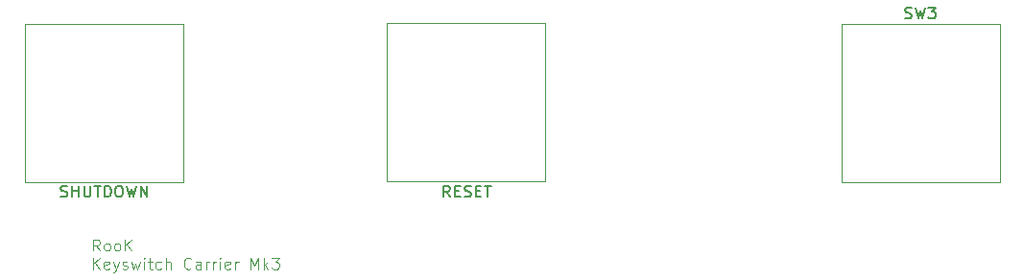
<source format=gbr>
%TF.GenerationSoftware,KiCad,Pcbnew,8.0.8*%
%TF.CreationDate,2025-06-04T22:45:29+02:00*%
%TF.ProjectId,KeyswitchCarrierMk3,4b657973-7769-4746-9368-436172726965,rev?*%
%TF.SameCoordinates,Original*%
%TF.FileFunction,Legend,Top*%
%TF.FilePolarity,Positive*%
%FSLAX46Y46*%
G04 Gerber Fmt 4.6, Leading zero omitted, Abs format (unit mm)*
G04 Created by KiCad (PCBNEW 8.0.8) date 2025-06-04 22:45:29*
%MOMM*%
%LPD*%
G01*
G04 APERTURE LIST*
%ADD10C,0.100000*%
%ADD11C,0.150000*%
%ADD12C,0.120000*%
G04 APERTURE END LIST*
D10*
X106375312Y-84762475D02*
X106041979Y-84286284D01*
X105803884Y-84762475D02*
X105803884Y-83762475D01*
X105803884Y-83762475D02*
X106184836Y-83762475D01*
X106184836Y-83762475D02*
X106280074Y-83810094D01*
X106280074Y-83810094D02*
X106327693Y-83857713D01*
X106327693Y-83857713D02*
X106375312Y-83952951D01*
X106375312Y-83952951D02*
X106375312Y-84095808D01*
X106375312Y-84095808D02*
X106327693Y-84191046D01*
X106327693Y-84191046D02*
X106280074Y-84238665D01*
X106280074Y-84238665D02*
X106184836Y-84286284D01*
X106184836Y-84286284D02*
X105803884Y-84286284D01*
X106946741Y-84762475D02*
X106851503Y-84714856D01*
X106851503Y-84714856D02*
X106803884Y-84667236D01*
X106803884Y-84667236D02*
X106756265Y-84571998D01*
X106756265Y-84571998D02*
X106756265Y-84286284D01*
X106756265Y-84286284D02*
X106803884Y-84191046D01*
X106803884Y-84191046D02*
X106851503Y-84143427D01*
X106851503Y-84143427D02*
X106946741Y-84095808D01*
X106946741Y-84095808D02*
X107089598Y-84095808D01*
X107089598Y-84095808D02*
X107184836Y-84143427D01*
X107184836Y-84143427D02*
X107232455Y-84191046D01*
X107232455Y-84191046D02*
X107280074Y-84286284D01*
X107280074Y-84286284D02*
X107280074Y-84571998D01*
X107280074Y-84571998D02*
X107232455Y-84667236D01*
X107232455Y-84667236D02*
X107184836Y-84714856D01*
X107184836Y-84714856D02*
X107089598Y-84762475D01*
X107089598Y-84762475D02*
X106946741Y-84762475D01*
X107851503Y-84762475D02*
X107756265Y-84714856D01*
X107756265Y-84714856D02*
X107708646Y-84667236D01*
X107708646Y-84667236D02*
X107661027Y-84571998D01*
X107661027Y-84571998D02*
X107661027Y-84286284D01*
X107661027Y-84286284D02*
X107708646Y-84191046D01*
X107708646Y-84191046D02*
X107756265Y-84143427D01*
X107756265Y-84143427D02*
X107851503Y-84095808D01*
X107851503Y-84095808D02*
X107994360Y-84095808D01*
X107994360Y-84095808D02*
X108089598Y-84143427D01*
X108089598Y-84143427D02*
X108137217Y-84191046D01*
X108137217Y-84191046D02*
X108184836Y-84286284D01*
X108184836Y-84286284D02*
X108184836Y-84571998D01*
X108184836Y-84571998D02*
X108137217Y-84667236D01*
X108137217Y-84667236D02*
X108089598Y-84714856D01*
X108089598Y-84714856D02*
X107994360Y-84762475D01*
X107994360Y-84762475D02*
X107851503Y-84762475D01*
X108613408Y-84762475D02*
X108613408Y-83762475D01*
X109184836Y-84762475D02*
X108756265Y-84191046D01*
X109184836Y-83762475D02*
X108613408Y-84333903D01*
X105803884Y-86372419D02*
X105803884Y-85372419D01*
X106375312Y-86372419D02*
X105946741Y-85800990D01*
X106375312Y-85372419D02*
X105803884Y-85943847D01*
X107184836Y-86324800D02*
X107089598Y-86372419D01*
X107089598Y-86372419D02*
X106899122Y-86372419D01*
X106899122Y-86372419D02*
X106803884Y-86324800D01*
X106803884Y-86324800D02*
X106756265Y-86229561D01*
X106756265Y-86229561D02*
X106756265Y-85848609D01*
X106756265Y-85848609D02*
X106803884Y-85753371D01*
X106803884Y-85753371D02*
X106899122Y-85705752D01*
X106899122Y-85705752D02*
X107089598Y-85705752D01*
X107089598Y-85705752D02*
X107184836Y-85753371D01*
X107184836Y-85753371D02*
X107232455Y-85848609D01*
X107232455Y-85848609D02*
X107232455Y-85943847D01*
X107232455Y-85943847D02*
X106756265Y-86039085D01*
X107565789Y-85705752D02*
X107803884Y-86372419D01*
X108041979Y-85705752D02*
X107803884Y-86372419D01*
X107803884Y-86372419D02*
X107708646Y-86610514D01*
X107708646Y-86610514D02*
X107661027Y-86658133D01*
X107661027Y-86658133D02*
X107565789Y-86705752D01*
X108375313Y-86324800D02*
X108470551Y-86372419D01*
X108470551Y-86372419D02*
X108661027Y-86372419D01*
X108661027Y-86372419D02*
X108756265Y-86324800D01*
X108756265Y-86324800D02*
X108803884Y-86229561D01*
X108803884Y-86229561D02*
X108803884Y-86181942D01*
X108803884Y-86181942D02*
X108756265Y-86086704D01*
X108756265Y-86086704D02*
X108661027Y-86039085D01*
X108661027Y-86039085D02*
X108518170Y-86039085D01*
X108518170Y-86039085D02*
X108422932Y-85991466D01*
X108422932Y-85991466D02*
X108375313Y-85896228D01*
X108375313Y-85896228D02*
X108375313Y-85848609D01*
X108375313Y-85848609D02*
X108422932Y-85753371D01*
X108422932Y-85753371D02*
X108518170Y-85705752D01*
X108518170Y-85705752D02*
X108661027Y-85705752D01*
X108661027Y-85705752D02*
X108756265Y-85753371D01*
X109137218Y-85705752D02*
X109327694Y-86372419D01*
X109327694Y-86372419D02*
X109518170Y-85896228D01*
X109518170Y-85896228D02*
X109708646Y-86372419D01*
X109708646Y-86372419D02*
X109899122Y-85705752D01*
X110280075Y-86372419D02*
X110280075Y-85705752D01*
X110280075Y-85372419D02*
X110232456Y-85420038D01*
X110232456Y-85420038D02*
X110280075Y-85467657D01*
X110280075Y-85467657D02*
X110327694Y-85420038D01*
X110327694Y-85420038D02*
X110280075Y-85372419D01*
X110280075Y-85372419D02*
X110280075Y-85467657D01*
X110613408Y-85705752D02*
X110994360Y-85705752D01*
X110756265Y-85372419D02*
X110756265Y-86229561D01*
X110756265Y-86229561D02*
X110803884Y-86324800D01*
X110803884Y-86324800D02*
X110899122Y-86372419D01*
X110899122Y-86372419D02*
X110994360Y-86372419D01*
X111756265Y-86324800D02*
X111661027Y-86372419D01*
X111661027Y-86372419D02*
X111470551Y-86372419D01*
X111470551Y-86372419D02*
X111375313Y-86324800D01*
X111375313Y-86324800D02*
X111327694Y-86277180D01*
X111327694Y-86277180D02*
X111280075Y-86181942D01*
X111280075Y-86181942D02*
X111280075Y-85896228D01*
X111280075Y-85896228D02*
X111327694Y-85800990D01*
X111327694Y-85800990D02*
X111375313Y-85753371D01*
X111375313Y-85753371D02*
X111470551Y-85705752D01*
X111470551Y-85705752D02*
X111661027Y-85705752D01*
X111661027Y-85705752D02*
X111756265Y-85753371D01*
X112184837Y-86372419D02*
X112184837Y-85372419D01*
X112613408Y-86372419D02*
X112613408Y-85848609D01*
X112613408Y-85848609D02*
X112565789Y-85753371D01*
X112565789Y-85753371D02*
X112470551Y-85705752D01*
X112470551Y-85705752D02*
X112327694Y-85705752D01*
X112327694Y-85705752D02*
X112232456Y-85753371D01*
X112232456Y-85753371D02*
X112184837Y-85800990D01*
X114422932Y-86277180D02*
X114375313Y-86324800D01*
X114375313Y-86324800D02*
X114232456Y-86372419D01*
X114232456Y-86372419D02*
X114137218Y-86372419D01*
X114137218Y-86372419D02*
X113994361Y-86324800D01*
X113994361Y-86324800D02*
X113899123Y-86229561D01*
X113899123Y-86229561D02*
X113851504Y-86134323D01*
X113851504Y-86134323D02*
X113803885Y-85943847D01*
X113803885Y-85943847D02*
X113803885Y-85800990D01*
X113803885Y-85800990D02*
X113851504Y-85610514D01*
X113851504Y-85610514D02*
X113899123Y-85515276D01*
X113899123Y-85515276D02*
X113994361Y-85420038D01*
X113994361Y-85420038D02*
X114137218Y-85372419D01*
X114137218Y-85372419D02*
X114232456Y-85372419D01*
X114232456Y-85372419D02*
X114375313Y-85420038D01*
X114375313Y-85420038D02*
X114422932Y-85467657D01*
X115280075Y-86372419D02*
X115280075Y-85848609D01*
X115280075Y-85848609D02*
X115232456Y-85753371D01*
X115232456Y-85753371D02*
X115137218Y-85705752D01*
X115137218Y-85705752D02*
X114946742Y-85705752D01*
X114946742Y-85705752D02*
X114851504Y-85753371D01*
X115280075Y-86324800D02*
X115184837Y-86372419D01*
X115184837Y-86372419D02*
X114946742Y-86372419D01*
X114946742Y-86372419D02*
X114851504Y-86324800D01*
X114851504Y-86324800D02*
X114803885Y-86229561D01*
X114803885Y-86229561D02*
X114803885Y-86134323D01*
X114803885Y-86134323D02*
X114851504Y-86039085D01*
X114851504Y-86039085D02*
X114946742Y-85991466D01*
X114946742Y-85991466D02*
X115184837Y-85991466D01*
X115184837Y-85991466D02*
X115280075Y-85943847D01*
X115756266Y-86372419D02*
X115756266Y-85705752D01*
X115756266Y-85896228D02*
X115803885Y-85800990D01*
X115803885Y-85800990D02*
X115851504Y-85753371D01*
X115851504Y-85753371D02*
X115946742Y-85705752D01*
X115946742Y-85705752D02*
X116041980Y-85705752D01*
X116375314Y-86372419D02*
X116375314Y-85705752D01*
X116375314Y-85896228D02*
X116422933Y-85800990D01*
X116422933Y-85800990D02*
X116470552Y-85753371D01*
X116470552Y-85753371D02*
X116565790Y-85705752D01*
X116565790Y-85705752D02*
X116661028Y-85705752D01*
X116994362Y-86372419D02*
X116994362Y-85705752D01*
X116994362Y-85372419D02*
X116946743Y-85420038D01*
X116946743Y-85420038D02*
X116994362Y-85467657D01*
X116994362Y-85467657D02*
X117041981Y-85420038D01*
X117041981Y-85420038D02*
X116994362Y-85372419D01*
X116994362Y-85372419D02*
X116994362Y-85467657D01*
X117851504Y-86324800D02*
X117756266Y-86372419D01*
X117756266Y-86372419D02*
X117565790Y-86372419D01*
X117565790Y-86372419D02*
X117470552Y-86324800D01*
X117470552Y-86324800D02*
X117422933Y-86229561D01*
X117422933Y-86229561D02*
X117422933Y-85848609D01*
X117422933Y-85848609D02*
X117470552Y-85753371D01*
X117470552Y-85753371D02*
X117565790Y-85705752D01*
X117565790Y-85705752D02*
X117756266Y-85705752D01*
X117756266Y-85705752D02*
X117851504Y-85753371D01*
X117851504Y-85753371D02*
X117899123Y-85848609D01*
X117899123Y-85848609D02*
X117899123Y-85943847D01*
X117899123Y-85943847D02*
X117422933Y-86039085D01*
X118327695Y-86372419D02*
X118327695Y-85705752D01*
X118327695Y-85896228D02*
X118375314Y-85800990D01*
X118375314Y-85800990D02*
X118422933Y-85753371D01*
X118422933Y-85753371D02*
X118518171Y-85705752D01*
X118518171Y-85705752D02*
X118613409Y-85705752D01*
X119708648Y-86372419D02*
X119708648Y-85372419D01*
X119708648Y-85372419D02*
X120041981Y-86086704D01*
X120041981Y-86086704D02*
X120375314Y-85372419D01*
X120375314Y-85372419D02*
X120375314Y-86372419D01*
X120851505Y-86372419D02*
X120851505Y-85372419D01*
X120946743Y-85991466D02*
X121232457Y-86372419D01*
X121232457Y-85705752D02*
X120851505Y-86086704D01*
X121565791Y-85372419D02*
X122184838Y-85372419D01*
X122184838Y-85372419D02*
X121851505Y-85753371D01*
X121851505Y-85753371D02*
X121994362Y-85753371D01*
X121994362Y-85753371D02*
X122089600Y-85800990D01*
X122089600Y-85800990D02*
X122137219Y-85848609D01*
X122137219Y-85848609D02*
X122184838Y-85943847D01*
X122184838Y-85943847D02*
X122184838Y-86181942D01*
X122184838Y-86181942D02*
X122137219Y-86277180D01*
X122137219Y-86277180D02*
X122089600Y-86324800D01*
X122089600Y-86324800D02*
X121994362Y-86372419D01*
X121994362Y-86372419D02*
X121708648Y-86372419D01*
X121708648Y-86372419D02*
X121613410Y-86324800D01*
X121613410Y-86324800D02*
X121565791Y-86277180D01*
D11*
X137266451Y-80007780D02*
X136933118Y-79531589D01*
X136695023Y-80007780D02*
X136695023Y-79007780D01*
X136695023Y-79007780D02*
X137075975Y-79007780D01*
X137075975Y-79007780D02*
X137171213Y-79055399D01*
X137171213Y-79055399D02*
X137218832Y-79103018D01*
X137218832Y-79103018D02*
X137266451Y-79198256D01*
X137266451Y-79198256D02*
X137266451Y-79341113D01*
X137266451Y-79341113D02*
X137218832Y-79436351D01*
X137218832Y-79436351D02*
X137171213Y-79483970D01*
X137171213Y-79483970D02*
X137075975Y-79531589D01*
X137075975Y-79531589D02*
X136695023Y-79531589D01*
X137695023Y-79483970D02*
X138028356Y-79483970D01*
X138171213Y-80007780D02*
X137695023Y-80007780D01*
X137695023Y-80007780D02*
X137695023Y-79007780D01*
X137695023Y-79007780D02*
X138171213Y-79007780D01*
X138552166Y-79960161D02*
X138695023Y-80007780D01*
X138695023Y-80007780D02*
X138933118Y-80007780D01*
X138933118Y-80007780D02*
X139028356Y-79960161D01*
X139028356Y-79960161D02*
X139075975Y-79912541D01*
X139075975Y-79912541D02*
X139123594Y-79817303D01*
X139123594Y-79817303D02*
X139123594Y-79722065D01*
X139123594Y-79722065D02*
X139075975Y-79626827D01*
X139075975Y-79626827D02*
X139028356Y-79579208D01*
X139028356Y-79579208D02*
X138933118Y-79531589D01*
X138933118Y-79531589D02*
X138742642Y-79483970D01*
X138742642Y-79483970D02*
X138647404Y-79436351D01*
X138647404Y-79436351D02*
X138599785Y-79388732D01*
X138599785Y-79388732D02*
X138552166Y-79293494D01*
X138552166Y-79293494D02*
X138552166Y-79198256D01*
X138552166Y-79198256D02*
X138599785Y-79103018D01*
X138599785Y-79103018D02*
X138647404Y-79055399D01*
X138647404Y-79055399D02*
X138742642Y-79007780D01*
X138742642Y-79007780D02*
X138980737Y-79007780D01*
X138980737Y-79007780D02*
X139123594Y-79055399D01*
X139552166Y-79483970D02*
X139885499Y-79483970D01*
X140028356Y-80007780D02*
X139552166Y-80007780D01*
X139552166Y-80007780D02*
X139552166Y-79007780D01*
X139552166Y-79007780D02*
X140028356Y-79007780D01*
X140314071Y-79007780D02*
X140885499Y-79007780D01*
X140599785Y-80007780D02*
X140599785Y-79007780D01*
X177435497Y-64222160D02*
X177578354Y-64269779D01*
X177578354Y-64269779D02*
X177816449Y-64269779D01*
X177816449Y-64269779D02*
X177911687Y-64222160D01*
X177911687Y-64222160D02*
X177959306Y-64174540D01*
X177959306Y-64174540D02*
X178006925Y-64079302D01*
X178006925Y-64079302D02*
X178006925Y-63984064D01*
X178006925Y-63984064D02*
X177959306Y-63888826D01*
X177959306Y-63888826D02*
X177911687Y-63841207D01*
X177911687Y-63841207D02*
X177816449Y-63793588D01*
X177816449Y-63793588D02*
X177625973Y-63745969D01*
X177625973Y-63745969D02*
X177530735Y-63698350D01*
X177530735Y-63698350D02*
X177483116Y-63650731D01*
X177483116Y-63650731D02*
X177435497Y-63555493D01*
X177435497Y-63555493D02*
X177435497Y-63460255D01*
X177435497Y-63460255D02*
X177483116Y-63365017D01*
X177483116Y-63365017D02*
X177530735Y-63317398D01*
X177530735Y-63317398D02*
X177625973Y-63269779D01*
X177625973Y-63269779D02*
X177864068Y-63269779D01*
X177864068Y-63269779D02*
X178006925Y-63317398D01*
X178340259Y-63269779D02*
X178578354Y-64269779D01*
X178578354Y-64269779D02*
X178768830Y-63555493D01*
X178768830Y-63555493D02*
X178959306Y-64269779D01*
X178959306Y-64269779D02*
X179197402Y-63269779D01*
X179483116Y-63269779D02*
X180102163Y-63269779D01*
X180102163Y-63269779D02*
X179768830Y-63650731D01*
X179768830Y-63650731D02*
X179911687Y-63650731D01*
X179911687Y-63650731D02*
X180006925Y-63698350D01*
X180006925Y-63698350D02*
X180054544Y-63745969D01*
X180054544Y-63745969D02*
X180102163Y-63841207D01*
X180102163Y-63841207D02*
X180102163Y-64079302D01*
X180102163Y-64079302D02*
X180054544Y-64174540D01*
X180054544Y-64174540D02*
X180006925Y-64222160D01*
X180006925Y-64222160D02*
X179911687Y-64269779D01*
X179911687Y-64269779D02*
X179625973Y-64269779D01*
X179625973Y-64269779D02*
X179530735Y-64222160D01*
X179530735Y-64222160D02*
X179483116Y-64174540D01*
X102935501Y-79970160D02*
X103078358Y-80017779D01*
X103078358Y-80017779D02*
X103316453Y-80017779D01*
X103316453Y-80017779D02*
X103411691Y-79970160D01*
X103411691Y-79970160D02*
X103459310Y-79922540D01*
X103459310Y-79922540D02*
X103506929Y-79827302D01*
X103506929Y-79827302D02*
X103506929Y-79732064D01*
X103506929Y-79732064D02*
X103459310Y-79636826D01*
X103459310Y-79636826D02*
X103411691Y-79589207D01*
X103411691Y-79589207D02*
X103316453Y-79541588D01*
X103316453Y-79541588D02*
X103125977Y-79493969D01*
X103125977Y-79493969D02*
X103030739Y-79446350D01*
X103030739Y-79446350D02*
X102983120Y-79398731D01*
X102983120Y-79398731D02*
X102935501Y-79303493D01*
X102935501Y-79303493D02*
X102935501Y-79208255D01*
X102935501Y-79208255D02*
X102983120Y-79113017D01*
X102983120Y-79113017D02*
X103030739Y-79065398D01*
X103030739Y-79065398D02*
X103125977Y-79017779D01*
X103125977Y-79017779D02*
X103364072Y-79017779D01*
X103364072Y-79017779D02*
X103506929Y-79065398D01*
X103935501Y-80017779D02*
X103935501Y-79017779D01*
X103935501Y-79493969D02*
X104506929Y-79493969D01*
X104506929Y-80017779D02*
X104506929Y-79017779D01*
X104983120Y-79017779D02*
X104983120Y-79827302D01*
X104983120Y-79827302D02*
X105030739Y-79922540D01*
X105030739Y-79922540D02*
X105078358Y-79970160D01*
X105078358Y-79970160D02*
X105173596Y-80017779D01*
X105173596Y-80017779D02*
X105364072Y-80017779D01*
X105364072Y-80017779D02*
X105459310Y-79970160D01*
X105459310Y-79970160D02*
X105506929Y-79922540D01*
X105506929Y-79922540D02*
X105554548Y-79827302D01*
X105554548Y-79827302D02*
X105554548Y-79017779D01*
X105887882Y-79017779D02*
X106459310Y-79017779D01*
X106173596Y-80017779D02*
X106173596Y-79017779D01*
X106792644Y-80017779D02*
X106792644Y-79017779D01*
X106792644Y-79017779D02*
X107030739Y-79017779D01*
X107030739Y-79017779D02*
X107173596Y-79065398D01*
X107173596Y-79065398D02*
X107268834Y-79160636D01*
X107268834Y-79160636D02*
X107316453Y-79255874D01*
X107316453Y-79255874D02*
X107364072Y-79446350D01*
X107364072Y-79446350D02*
X107364072Y-79589207D01*
X107364072Y-79589207D02*
X107316453Y-79779683D01*
X107316453Y-79779683D02*
X107268834Y-79874921D01*
X107268834Y-79874921D02*
X107173596Y-79970160D01*
X107173596Y-79970160D02*
X107030739Y-80017779D01*
X107030739Y-80017779D02*
X106792644Y-80017779D01*
X107983120Y-79017779D02*
X108173596Y-79017779D01*
X108173596Y-79017779D02*
X108268834Y-79065398D01*
X108268834Y-79065398D02*
X108364072Y-79160636D01*
X108364072Y-79160636D02*
X108411691Y-79351112D01*
X108411691Y-79351112D02*
X108411691Y-79684445D01*
X108411691Y-79684445D02*
X108364072Y-79874921D01*
X108364072Y-79874921D02*
X108268834Y-79970160D01*
X108268834Y-79970160D02*
X108173596Y-80017779D01*
X108173596Y-80017779D02*
X107983120Y-80017779D01*
X107983120Y-80017779D02*
X107887882Y-79970160D01*
X107887882Y-79970160D02*
X107792644Y-79874921D01*
X107792644Y-79874921D02*
X107745025Y-79684445D01*
X107745025Y-79684445D02*
X107745025Y-79351112D01*
X107745025Y-79351112D02*
X107792644Y-79160636D01*
X107792644Y-79160636D02*
X107887882Y-79065398D01*
X107887882Y-79065398D02*
X107983120Y-79017779D01*
X108745025Y-79017779D02*
X108983120Y-80017779D01*
X108983120Y-80017779D02*
X109173596Y-79303493D01*
X109173596Y-79303493D02*
X109364072Y-80017779D01*
X109364072Y-80017779D02*
X109602168Y-79017779D01*
X109983120Y-80017779D02*
X109983120Y-79017779D01*
X109983120Y-79017779D02*
X110554548Y-80017779D01*
X110554548Y-80017779D02*
X110554548Y-79017779D01*
D12*
%TO.C,SW2*%
X131733833Y-64693961D02*
X145703833Y-64693961D01*
X131733833Y-78663961D02*
X131733833Y-64693961D01*
X145703833Y-64693961D02*
X145703833Y-78663961D01*
X145703833Y-78663961D02*
X131733833Y-78663961D01*
%TO.C,SW3*%
X171783830Y-64703960D02*
X185753830Y-64703960D01*
X171783830Y-78673960D02*
X171783830Y-64703960D01*
X185753830Y-64703960D02*
X185753830Y-78673960D01*
X185753830Y-78673960D02*
X171783830Y-78673960D01*
%TO.C,SW1*%
X99783834Y-64703960D02*
X113753834Y-64703960D01*
X99783834Y-78673960D02*
X99783834Y-64703960D01*
X113753834Y-64703960D02*
X113753834Y-78673960D01*
X113753834Y-78673960D02*
X99783834Y-78673960D01*
%TD*%
M02*

</source>
